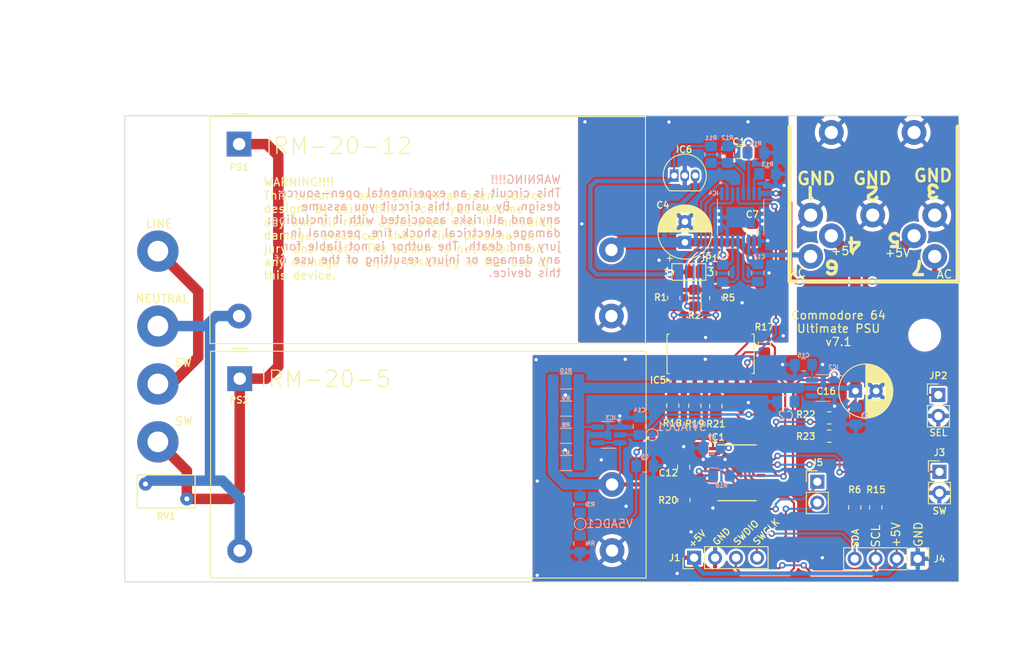
<source format=kicad_pcb>
(kicad_pcb (version 20221018) (generator pcbnew)
  (layers (0 "F.Cu" signal) (31 "B.Cu" signal) (34 "B.Paste" user) (35 "F.Paste" user) (36 "B.SilkS" user "B.Silkscreen") (37 "F.SilkS" user "F.Silkscreen") (38 "B.Mask" user) (39 "F.Mask" user) (44 "Edge.Cuts" user))
  (net 0 "")
  (net 1 "/5V/5VIADC")
  (net 2 "GND2")
  (net 3 "GND")
  (net 4 "/5V/V5ADC")
  (net 5 "5V_OUT")
  (net 6 "AC_NEUTRAL")
  (net 7 "AC_LINE")
  (net 8 "+12V")
  (net 9 "AC_OUT2")
  (net 10 "AC_OUT1")
  (net 11 "/5V/DISP_SCL")
  (net 12 "/5V/DISP_SDA")
  (net 13 "Net-(IC1-VCL)")
  (net 14 "Net-(IC4-CPL)")
  (net 15 "+5V")
  (net 16 "Net-(IC4-CPH)")
  (net 17 "Net-(H3-Pad1)")
  (net 18 "/5V/5V_EN")
  (net 19 "Net-(IC2-DV{slash}DT)")
  (net 20 "Net-(IC4-VCP)")
  (net 21 "/5V/AUX2")
  (net 22 "/5V/AUX1")
  (net 23 "Net-(IC1-P110)")
  (net 24 "Net-(IC1-P112)")
  (net 25 "Net-(IC1-P102)")
  (net 26 "NFAULT")
  (net 27 "/5V/SEL")
  (net 28 "/5V/SW")
  (net 29 "/5V/5VOADC")
  (net 31 "/5V/RESET")
  (net 32 "Net-(IC2-VIN)")
  (net 33 "/5V/SWCLK")
  (net 34 "/5V/SWDIO")
  (net 35 "Net-(IC4-EN{slash}IN1)")
  (net 36 "Net-(IC4-PH{slash}IN2)")
  (net 37 "Net-(IC4-NSLEEP)")
  (net 38 "Net-(IC4-NFAULT)")
  (net 39 "Net-(IC4-VREF)")
  (net 40 "Net-(IC4-IPROPI)")
  (net 41 "Net-(IC4-IMODE)")
  (net 42 "Net-(IC4-PMODE)")
  (net 43 "IN1")
  (net 44 "IN2")
  (net 45 "NSLEEP")
  (net 46 "Net-(IC5-ANODE_4)")
  (net 47 "+5VA")
  (footprint "Resistor_SMD:R_0805_2012Metric_Pad1.20x1.40mm_HandSolder" (layer "F.Cu") (at 178.1396 71.6026 180)
    (fp_text reference "R22")
    (fp_text value "10k")
  )
  (footprint "Resistor_SMD:R_0805_2012Metric_Pad1.20x1.40mm_HandSolder" (layer "F.Cu") (at 170.307 62.6618 -90)
    (fp_text reference "R17")
    (fp_text value "1k")
  )
  (footprint "Converter_ACDC:Converter_ACDC_MeanWell_IRM-20-xx_THT" (layer "F.Cu") (at 106.8162 38.4855)
    (fp_text reference "PS1")
    (fp_text value "IRM-20-12")
  )
  (footprint "Connector_PinHeader_2.54mm:PinHeader_1x02_P2.54mm_Vertical" (layer "F.Cu") (at 191.3382 68.829)
    (fp_text reference "JP2")
    (fp_text value "SEL")
  )
  (footprint "Capacitor_THT:CP_Radial_D6.3mm_P2.50mm" (layer "F.Cu") (at 160.7058 50.3682 90)
    (fp_text reference "C4")
    (fp_text value "470uF 16V")
  )
  (footprint "MountingHole:MountingHole_3.5mm" (layer "F.Cu") (at 97.1042 39.1668)
    (fp_text reference "H5" hide)
    (fp_text value "MountingHole")
  )
  (footprint "Connector_PinHeader_2.54mm:PinHeader_1x04_P2.54mm_Vertical" (layer "F.Cu") (at 188.839 88.646 -90)
    (fp_text reference "J4")
    (fp_text value "OLED_DISPLAY")
  )
  (footprint "Resistor_SMD:R_0805_2012Metric_Pad1.20x1.40mm_HandSolder" (layer "F.Cu") (at 159.3596 57.0898 -90)
    (fp_text reference "R1")
    (fp_text value "10k")
  )
  (footprint "Resistor_SMD:R_0805_2012Metric_Pad1.20x1.40mm_HandSolder" (layer "F.Cu") (at 164.4396 57.1152 -90)
    (fp_text reference "R5")
    (fp_text value "10k")
  )
  (footprint "Connector_PinHeader_2.54mm:PinHeader_1x02_P2.54mm_Vertical" (layer "F.Cu") (at 176.7078 79.3242)
    (fp_text reference "J5")
    (fp_text value "Aux")
  )
  (footprint "Package_SO:SSOP-20_4.4x6.5mm_P0.65mm" (layer "F.Cu") (at 167.0006 78.2476)
    (fp_text reference "IC1")
    (fp_text value "R7FA0E1073CSC#CA0")
  )
  (footprint "Resistor_SMD:R_0805_2012Metric_Pad1.20x1.40mm_HandSolder" (layer "F.Cu") (at 161.8996 57.1152 -90)
    (fp_text reference "R2")
    (fp_text value "10k")
  )
  (footprint "MountingHole:MountingHole_2.5mm_Pad" (layer "F.Cu") (at 97 67.5)
    (fp_text reference "H6" hide)
    (fp_text value "Switch1")
  )
  (footprint "Capacitor_SMD:C_0805_2012Metric_Pad1.18x1.45mm_HandSolder" (layer "F.Cu") (at 167.2375 39.497)
    (fp_text reference "C1")
    (fp_text value "0.1uF")
  )
  (footprint "Converter_ACDC:Converter_ACDC_MeanWell_IRM-20-xx_THT" (layer "F.Cu") (at 106.8924 66.8573)
    (fp_text reference "PS2")
    (fp_text value "IRM-20-5")
  )
  (footprint "MountingHole:MountingHole_3.5mm" (layer "F.Cu") (at 97.028 87.376)
    (fp_text reference "H2" hide)
    (fp_text value "MountingHole")
  )
  (footprint "Resistor_SMD:R_0805_2012Metric_Pad1.20x1.40mm_HandSolder" (layer "F.Cu") (at 178.1462 73.8124)
    (fp_text reference "R23")
    (fp_text value "10k")
  )
  (footprint "Commodore:POWER_CON_DIN7" (layer "F.Cu") (at 183.4007 47.0778 90)
    (fp_text reference "J2" hide)
    (fp_text value "DIN-7")
  )
  (footprint "MountingHole:MountingHole_2.5mm_Pad" (layer "F.Cu") (at 97 60.5)
    (fp_text reference "H4" hide)
    (fp_text value "Neutral")
  )
  (footprint "Connector_PinHeader_2.54mm:PinHeader_1x02_P2.54mm_Vertical" (layer "F.Cu") (at 191.4652 78.1304)
    (fp_text reference "J3")
    (fp_text value "PushButton")
  )
  (footprint "Resistor_SMD:R_0805_2012Metric_Pad1.20x1.40mm_HandSolder" (layer "F.Cu") (at 160.5788 81.5434 -90)
    (fp_text reference "R20")
    (fp_text value "10k")
  )
  (footprint "MountingHole:MountingHole_2.5mm_Pad" (layer "F.Cu") (at 97 51.435)
    (fp_text reference "H3" hide)
    (fp_text value "Line")
  )
  (footprint "Resistor_SMD:R_0805_2012Metric_Pad1.20x1.40mm_HandSolder" (layer "F.Cu") (at 161.8996 70.1388 90)
    (fp_text reference "R19")
    (fp_text value "1k")
  )
  (footprint "Capacitor_SMD:C_0805_2012Metric_Pad1.18x1.45mm_HandSolder" (layer "F.Cu") (at 160.5534 77.5716 -90)
    (fp_text reference "C12")
    (fp_text value "0.1uF")
  )
  (footprint "Jumper:SolderJumper-3_P1.3mm_Bridged12_Pad1.0x1.5mm_NumberLabels" (layer "F.Cu") (at 161.1838 53.9496)
    (fp_text reference "JP1")
    (fp_text value "SolderJumper_3_Bridged12")
  )
  (footprint "Capacitor_SMD:C_0805_2012Metric_Pad1.18x1.45mm_HandSolder" (layer "F.Cu") (at 168.8592 49.1959 -90)
    (fp_text reference "C7")
    (fp_text value "0.1uF")
  )
  (footprint "Package_TO_SOT_THT:TO-92_Inline" (layer "F.Cu") (at 159.4104 42.291)
    (fp_text reference "IC6")
    (fp_text value "L78L05_TO92")
  )
  (footprint "MountingHole:MountingHole_3.5mm" (layer "F.Cu") (at 189.6872 61.595)
    (fp_text reference "H1" hide)
    (fp_text value "MountingHole")
  )
  (footprint "Resistor_SMD:R_0805_2012Metric_Pad1.20x1.40mm_HandSolder" (layer "F.Cu") (at 181.229 82.4324 -90)
    (fp_text reference "R6")
    (fp_text value "10k")
  )
  (footprint "Connector_PinHeader_2.54mm:PinHeader_1x04_P2.54mm_Vertical" (layer "F.Cu") (at 161.808 88.519 90)
    (fp_text reference "J1")
    (fp_text value "SWD")
  )
  (footprint "Capacitor_THT:CP_Radial_D6.3mm_P2.50mm" (layer "F.Cu") (at 181.316621 68.3514)
    (fp_text reference "C16")
    (fp_text value "470uF 16V")
  )
  (footprint "Varistor:RV_Disc_D7mm_W4mm_P5mm" (layer "F.Cu") (at 95.5 79.6)
    (fp_text reference "RV1")
    (fp_text value "Varistor")
  )
  (footprint "Package_SO:SOIC-16_4.55x10.3mm_P1.27mm" (layer "F.Cu") (at 163.8046 63.8556 90)
    (fp_text reference "IC5")
    (fp_text value "PS2801C-4-F3-A")
  )
  (footprint "Resistor_SMD:R_0805_2012Metric_Pad1.20x1.40mm_HandSolder" (layer "F.Cu") (at 183.769 82.4324 -90)
    (fp_text reference "R15")
    (fp_text value "10k")
  )
  (footprint "Resistor_SMD:R_0805_2012Metric_Pad1.20x1.40mm_HandSolder" (layer "F.Cu") (at 164.4396 70.1896 90)
    (fp_text reference "R21")
    (fp_text value "1k")
  )
  (footprint "Resistor_SMD:R_0805_2012Metric_Pad1.20x1.40mm_HandSolder" (layer "F.Cu") (at 159.2326 70.1134 90)
    (fp_text reference "R18")
    (fp_text value "1k")
  )
  (footprint "MountingHole:MountingHole_2.5mm_Pad" (layer "F.Cu") (at 97 74.5)
    (fp_text reference "H7" hide)
    (fp_text value "Switch2")
  )
  (footprint "Resistor_SMD:R_0805_2012Metric_Pad1.20x1.40mm_HandSolder" (layer "B.Cu") (at 169.2656 39.5478)
    (fp_text reference "R14")
    (fp_text value "5k6")
  )
  (footprint "Capacitor_SMD:C_0805_2012Metric_Pad1.18x1.45mm_HandSolder" (layer "B.Cu") (at 163.9785 75.2348)
    (fp_text reference "C9")
    (fp_text value "1uF")
  )
  (footprint "Capacitor_SMD:C_0805_2012Metric_Pad1.18x1.45mm_HandSolder" (layer "B.Cu") (at 169.5196 54.0727 90)
    (fp_text reference "C17")
    (fp_text value "0.1uF")
  )
  (footprint "Resistor_SMD:R_0805_2012Metric_Pad1.20x1.40mm_HandSolder" (layer "B.Cu") (at 148.0312 86.8172 -90)
    (fp_text reference "R4")
    (fp_text value "10k")
  )
  (footprint "Capacitor_SMD:C_0805_2012Metric_Pad1.18x1.45mm_HandSolder" (layer "B.Cu") (at 175.0314 65.1764)
    (fp_text reference "C15")
    (fp_text value "0.1uF")
  )
  (footprint "Capacitor_SMD:C_0805_2012Metric_Pad1.18x1.45mm_HandSolder" (layer "B.Cu") (at 165.2524 54.1235 -90)
    (fp_text reference "C13")
    (fp_text value "0.022uF")
  )
  (footprint "Resistor_SMD:R_0805_2012Metric_Pad1.20x1.40mm_HandSolder" (layer "B.Cu") (at 148.0312 82.0674 -90)
    (fp_text reference "R3")
    (fp_text value "10k")
  )
  (footprint "Package_TO_SOT_SMD:SOT-23-6_Handsoldering" (layer "B.Cu") (at 177.4228 67.9856 180)
    (fp_text reference "IC2")
    (fp_text value "MP5036AGJ")
  )
  (footprint "Resistor_SMD:R_1206_3216Metric_Pad1.30x1.75mm_HandSolder" (layer "B.Cu") (at 146.33 70.4836)
    (fp_text reference "R9")
    (fp_text value "0.2R")
  )
  (footprint "DRV8874PWPR:SOP65P640X120-17N" (layer "B.Cu") (at 167.4368 47.3456 -90)
    (fp_text reference "IC4")
    (fp_text value "DRV8874PWPR")
  )
  (footprint "Capacitor_SMD:C_0805_2012Metric_Pad1.18x1.45mm_HandSolder" (layer "B.Cu") (at 181.356 71.3525 90)
    (fp_text reference "C3")
    (fp_text value "0.1uF")
  )
  (footprint "Resistor_SMD:R_1206_3216Metric_Pad1.30x1.75mm_HandSolder" (layer "B.Cu") (at 146.33 73.7736)
    (fp_text reference "R8")
    (fp_text value "0.2R")
  )
  (footprint "Package_TO_SOT_SMD:SOT-23-5_HandSoldering" (layer "B.Cu") (at 151.511 73.66 180)
    (fp_text reference "IC3")
    (fp_text value "ISL28005FH20Z-T7")
  )
  (footprint "Resistor_SMD:R_0805_2012Metric_Pad1.20x1.40mm_HandSolder" (layer "B.Cu") (at 170.6786 42.0878)
    (fp_text reference "R13")
    (fp_text value "20k")
  )
  (footprint "Resistor_SMD:R_0805_2012Metric_Pad1.20x1.40mm_HandSolder" (layer "B.Cu") (at 165.862 39.751 90)
    (fp_text reference "R12")
    (fp_text value "20k")
  )
  (footprint "Capacitor_SMD:C_0805_2012Metric_Pad1.18x1.45mm_HandSolder" (layer "B.Cu") (at 155.194 72.6186 -90)
    (fp_text reference "C14")
    (fp_text value "0.1uF")
  )
  (footprint "Resistor_SMD:R_1206_3216Metric_Pad1.30x1.75mm_HandSolder" (layer "B.Cu") (at 146.33 77.0636)
    (fp_text reference "R7")
    (fp_text value "0.2R")
  )
  (footprint "Resistor_SMD:R_1206_3216Metric_Pad1.30x1.75mm_HandSolder" (layer "B.Cu") (at 146.33 67.1936)
    (fp_text reference "R10")
    (fp_text value "0.2R")
  )
  (footprint "Capacitor_SMD:C_0805_2012Metric_Pad1.18x1.45mm_HandSolder" (layer "B.Cu") (at 172.9017 69.6468)
    (fp_text reference "C2")
    (fp_text value "0.1uF")
  )
  (footprint "Resistor_SMD:R_0805_2012Metric_Pad1.20x1.40mm_HandSolder" (layer "B.Cu") (at 163.8554 39.751 -90)
    (fp_text reference "R11")
    (fp_text value "10k")
  )
  (footprint "Resistor_SMD:R_0805_2012Metric_Pad1.20x1.40mm_HandSolder" (layer "B.Cu") (at 165.116 78.613)
    (fp_text reference "R16")
    (fp_text value "10k")
  )
  (footprint "Capacitor_SMD:C_0805_2012Metric_Pad1.18x1.45mm_HandSolder" (layer "B.Cu") (at 155.8583 77.4192 180)
    (fp_text reference "C5")
    (fp_text value "0.1uF")
  )
  (footprint "TestPoint:TestPoint_Pad_D1.0mm" (layer "B.Cu") (at 148.0566 84.4296 180)
    (fp_text reference "V5ADC1")
    (fp_text value "V5ADC")
  )
  (footprint "TestPoint:TestPoint_Pad_D1.0mm" (layer "B.Cu") (at 156.7434 73.6346 180)
    (fp_text reference "5VIADC1")
    (fp_text value "~")
  )
  (gr_rect (start 93 35.052) (end 193.802 91.44) (stroke (width 0.1)) (fill none) (layer "Edge.Cuts"))
  (gr_text "WARNING!!!!\nThis circuit is an experimental open-source \ndesign. By using this circuit you assume\nany and all risks associated with it including:\ndamage, electrical shock, fire, personal in-\njury and death. The author is not liable for\nany damage or injury resulting of the use of\nthis device." (at 145.796 54.6354) (layer "B.SilkS") (effects (font (size 1 1)) (justify left bottom mirror)))
  (gr_text "SW" (at 190.5508 82.8548) (layer "F.SilkS") (effects (font (size 0.8 0.8) (thickness 0.15) bold) (justify left)))
  (gr_text "SEL" (at 190.1698 73.8632) (layer "F.SilkS") (effects (font (size 0.8 0.8) (thickness 0.15) bold) (justify left bottom)))
  (gr_text "GND" (at 189.504 87.316 90) (layer "F.SilkS") (effects (font (size 1 1)) (justify left bottom)))
  (gr_text "+5V" (at 178.2826 51.9938) (layer "F.SilkS") (effects (font (size 1 1)) (justify left bottom)))
  (gr_text "NEUTRAL" (at 94.234 57.785) (layer "F.SilkS") (effects (font (size 1 1)) (justify left bottom)))
  (gr_text "SCL" (at 184.3532 87.376 90) (layer "F.SilkS") (effects (font (size 1 1)) (justify left bottom)))
  (gr_text "Commodore 64\nUltimate PSU\nv7.1" (at 179.2732 62.992) (layer "F.SilkS") (effects (font (size 1 1)) (justify bottom)))
  (gr_text "+5V" (at 161.5694 87.503 45) (layer "F.SilkS") (effects (font (size 0.8 0.8) (thickness 0.15) bold) (justify left bottom)))
  (gr_text "GND" (at 174.0916 43.5356) (layer "F.SilkS") (effects (font (size 1.5 1.5) (thickness 0.3) bold) (justify left bottom)))
  (gr_text "GND" (at 188.214 43.18) (layer "F.SilkS") (effects (font (size 1.5 1.5) (thickness 0.3) bold) (justify left bottom)))
  (gr_text "GND" (at 164.5412 87.2236 45) (layer "F.SilkS") (effects (font (size 0.8 0.8) (thickness 0.15) bold) (justify left bottom)))
  (gr_text "SDA" (at 181.7624 87.376 90) (layer "F.SilkS") (effects (font (size 0.8 0.8) (thickness 0.15) bold) (justify left bottom)))
  (gr_text "+5V" (at 186.7916 87.376 90) (layer "F.SilkS") (effects (font (size 1 1)) (justify left bottom)))
  (gr_text "SW" (at 99.0092 72.5932) (layer "F.SilkS") (effects (font (size 1 1)) (justify left bottom)))
  (gr_text "WARNING!!!!\nThis circuit is an experimental open-source \ndesign. By using this circuit you assume\nany and all risks associated with it including:\ndamage, electrical shock, fire, personal in-\njury and death. The author is not liable for\nany damage or injury resulting of the use of\nthis device." (at 109.7026 54.9402) (layer "F.SilkS") (effects (font (size 1 1)) (justify left bottom)))
  (gr_text "AC" (at 173.3804 54.6354) (layer "F.SilkS") (effects (font (size 1 1)) (justify left bottom)))
  (gr_text "LINE" (at 95.4278 48.7172) (layer "F.SilkS") (effects (font (size 1 1)) (justify left bottom)))
  (gr_text "AC" (at 191.0334 54.8132) (layer "F.SilkS") (effects (font (size 1 1)) (justify left bottom)))
  (gr_text "IRM-20-12" (at 109.855 39.878) (layer "F.SilkS") (effects (font (size 2 2)) (justify left bottom)))
  (gr_text "SW" (at 98.9076 65.5066) (layer "F.SilkS") (effects (font (size 1 1)) (justify left bottom)))
  (gr_text "IRM-20-5" (at 109.22 68.072) (layer "F.SilkS") (effects (font (size 2 2)) (justify left bottom)))
  (gr_text "SWCLK" (at 169.418 87.1728 45) (layer "F.SilkS") (effects (font (size 0.8 0.8) (thickness 0.15) bold) (justify left bottom)))
  (gr_text "+5V" (at 184.785 52.2224) (layer "F.SilkS") (effects (font (size 1 1)) (justify left bottom)))
  (gr_text "GND" (at 180.8734 43.5102) (layer "F.SilkS") (effects (font (size 1.5 1.5) (thickness 0.3) bold) (justify left bottom)))
  (gr_text "SWDIO" (at 167.0558 87.1982 45) (layer "F.SilkS") (effects (font (size 0.8 0.8) (thickness 0.15) bold) (justify left bottom)))
  (segment (start 170.307 71.9836) (end 169.5704 71.247) (width 0.254) (layer "F.Cu") (net 1))
  (segment (start 169.9006 75.3226) (end 170.0668 75.3226) (width 0.254) (layer "F.Cu") (net 1))
  (segment (start 170.0668 75.3226) (end 170.307 75.0824) (width 0.254) (layer "F.Cu") (net 1))
  (segment (start 169.5196 71.1962) (end 168.402 71.1962) (width 0.254) (layer "F.Cu") (net 1))
  (segment (start 170.307 75.0824) (end 170.307 71.9836) (width 0.254) (layer "F.Cu") (net 1))
  (segment (start 169.5704 71.247) (end 169.5196 71.1962) (width 0.254) (layer "F.Cu") (net 1))
  (via (at 168.402 71.1962) (size 0.8) (drill 0.4) (layers "F.Cu" "B.Cu") (net 1))
  (segment (start 158.4452 71.1962) (end 156.7434 72.898) (width 0.254) (layer "B.Cu") (net 1))
  (segment (start 156.7219 73.6561) (end 156.7434 73.6346) (width 0.254) (layer "B.Cu") (net 1))
  (segment (start 152.8649 73.6561) (end 152.861 73.66) (width 0.254) (layer "B.Cu") (net 1))
  (segment (start 156.7434 72.898) (end 156.7434 73.6346) (width 0.254) (layer "B.Cu") (net 1))
  (segment (start 168.402 71.1962) (end 158.4452 71.1962) (width 0.254) (layer "B.Cu") (net 1))
  (segment (start 155.194 73.6561) (end 156.7219 73.6561) (width 0.254) (layer "B.Cu") (net 1))
  (segment (start 155.194 73.6561) (end 152.8649 73.6561) (width 0.254) (layer "B.Cu") (net 1))
  (via (at 158.7754 35.814) (size 0.8) (drill 0.4) (layers "F.Cu" "B.Cu") (net 2))
  (via (at 170.053 46.482) (size 0.8) (drill 0.4) (layers "F.Cu" "B.Cu") (net 2))
  (via (at 164.7698 47.371) (size 0.8) (drill 0.4) (layers "F.Cu" "B.Cu") (net 2))
  (via (at 148.6154 35.7886) (size 0.8) (drill 0.4) (layers "F.Cu" "B.Cu") (net 2))
  (via (at 172.593 61.6712) (size 0.8) (drill 0.4) (layers "F.Cu" "B.Cu") (net 2))
  (via (at 170.0784 47.3456) (size 0.8) (drill 0.4) (layers "F.Cu" "B.Cu") (net 2))
  (via (at 170.7134 50.165) (size 0.8) (drill 0.4) (layers "F.Cu" "B.Cu") (net 2))
  (via (at 170.8658 54.0766) (size 0.8) (drill 0.4) (layers "F.Cu" "B.Cu") (net 2))
  (via (at 163.8046 52.959) (size 0.8) (drill 0.4) (layers "F.Cu" "B.Cu") (net 2))
  (via (at 170.0784 48.1584) (size 0.8) (drill 0.4) (layers "F.Cu" "B.Cu") (net 2))
  (via (at 172.6946 43.4848) (size 0.8) (drill 0.4) (layers "F.Cu" "B.Cu") (net 2))
  (via (at 163.195 61.8744) (size 0.8) (drill 0.4) (layers "F.Cu" "B.Cu") (net 2))
  (via (at 148.2344 48.133) (size 0.8) (drill 0.4) (layers "F.Cu" "B.Cu") (net 2))
  (via (at 168.3258 35.7886) (size 0.8) (drill 0.4) (layers "F.Cu" "B.Cu") (net 2))
  (via (at 157.5816 52.5272) (size 0.8) (drill 0.4) (layers "F.Cu" "B.Cu") (net 2))
  (via (at 167.6146 57.6834) (size 0.8) (drill 0.4) (layers "F.Cu" "B.Cu") (net 2))
  (via (at 164.7698 48.1838) (size 0.8) (drill 0.4) (layers "F.Cu" "B.Cu") (net 2))
  (via (at 164.7698 46.5582) (size 0.8) (drill 0.4) (layers "F.Cu" "B.Cu") (net 2))
  (segment (start 165.8118 48.8702) (end 165.1254 48.1838) (width 0.4) (layer "B.Cu") (net 2))
  (segment (start 165.8118 50.2156) (end 165.8118 48.8702) (width 0.4) (layer "B.Cu") (net 2))
  (segment (start 165.1254 48.1838) (end 164.7698 48.1838) (width 0.4) (layer "B.Cu") (net 2))
  (segment (start 168.2496 60.6056) (end 168.2496 62.5856) (width 0.254) (layer "F.Cu") (net 3))
  (segment (start 168.2496 62.5856) (end 166.4208 64.4144) (width 0.254) (layer "F.Cu") (net 3))
  (segment (start 163.2712 64.4144) (end 163.1696 64.516) (width 0.254) (layer "F.Cu") (net 3))
  (segment (start 166.4208 64.4144) (end 163.2712 64.4144) (width 0.254) (layer "F.Cu") (net 3))
  (via (at 177.3174 88.519) (size 0.8) (drill 0.4) (layers "F.Cu" "B.Cu") (net 3))
  (via (at 161.4424 85.3948) (size 0.8) (drill 0.4) (layers "F.Cu" "B.Cu") (net 3))
  (via (at 146.2544 68.8206) (size 0.8) (drill 0.4) (layers "F.Cu" "B.Cu") (net 3))
  (via (at 177.3428 65.151) (size 0.8) (drill 0.4) (layers "F.Cu" "B.Cu") (net 3))
  (via (at 158.2674 77.3938) (size 0.8) (drill 0.4) (layers "F.Cu" "B.Cu") (net 3))
  (via (at 164.084 82.4992) (size 0.8) (drill 0.4) (layers "F.Cu" "B.Cu") (net 3))
  (via (at 142.8496 79.248) (size 0.8) (drill 0.4) (layers "F.Cu" "B.Cu") (net 3))
  (via (at 153.5938 82.296) (size 0.8) (drill 0.4) (layers "F.Cu" "B.Cu") (net 3))
  (via (at 146.229 75.4754) (size 0.8) (drill 0.4) (layers "F.Cu" "B.Cu") (net 3))
  (via (at 178.7906 70.1802) (size 0.8) (drill 0.4) (layers "F.Cu" "B.Cu") (net 3))
  (via (at 172.5168 65.151) (size 0.8) (drill 0.4) (layers "F.Cu" "B.Cu") (net 3))
  (via (at 163.1696 64.516) (size 0.8) (drill 0.4) (layers "F.Cu" "B.Cu") (net 3))
  (via (at 160.5534 75.0824) (size 0.8) (drill 0.4) (layers "F.Cu" "B.Cu") (net 3))
  (via (at 168.3766 69.7484) (size 0.8) (drill 0.4) (layers "F.Cu" "B.Cu") (net 3))
  (via (at 150.5966 76.6826) (size 0.8) (drill 0.4) (layers "F.Cu" "B.Cu") (net 3))
  (via (at 162.9156 76.6318) (size 0.8) (drill 0.4) (layers "F.Cu" "B.Cu") (net 3))
  (via (at 165.5572 76.6318) (size 0.8) (drill 0.4) (layers "F.Cu" "B.Cu") (net 3))
  (via (at 152.8318 71.374) (size 0.8) (drill 0.4) (layers "F.Cu" "B.Cu") (net 3))
  (via (at 142.7226 64.5668) (size 0.8) (drill 0.4) (layers "F.Cu" "B.Cu") (net 3))
  (via (at 153.4922 64.516) (size 0.8) (drill 0.4) (layers "F.Cu" "B.Cu") (net 3))
  (via (at 142.8496 90.6526) (size 0.8) (drill 0.4) (layers "F.Cu" "B.Cu") (net 3))
  (via (at 159.766 90.424) (size 0.8) (drill 0.4) (layers "F.Cu" "B.Cu") (net 3))
  (segment (start 154.8638 75.7428) (end 156.464 74.1426) (width 0.254) (layer "F.Cu") (net 4))
  (segment (start 163.6014 74.1426) (end 164.1006 74.6418) (width 0.254) (layer "F.Cu") (net 4))
  (segment (start 156.464 74.1426) (end 163.6014 74.1426) (width 0.254) (layer "F.Cu") (net 4))
  (segment (start 164.1006 74.6418) (end 164.1006 75.3226) (width 0.254) (layer "F.Cu") (net 4))
  (via (at 154.8638 75.7428) (size 0.8) (drill 0.4) (layers "F.Cu" "B.Cu") (net 4))
  (segment (start 154.813 75.7936) (end 154.8638 75.7428) (width 0.254) (layer "B.Cu") (net 4))
  (segment (start 148.0312 85.8172) (end 148.0312 84.455) (width 0.254) (layer "B.Cu") (net 4))
  (segment (start 148.0312 84.455) (end 148.0566 84.4296) (width 0.254) (layer "B.Cu") (net 4))
  (segment (start 154.8208 77.4192) (end 154.8208 75.7858) (width 0.254) (layer "B.Cu") (net 4))
  (segment (start 153.543 84.4296) (end 154.8208 83.1518) (width 0.254) (layer "B.Cu") (net 4))
  (segment (start 154.8208 75.7858) (end 154.8638 75.7428) (width 0.254) (layer "B.Cu") (net 4))
  (segment (start 148.0566 84.4296) (end 148.0312 84.4042) (width 0.254) (layer "B.Cu") (net 4))
  (segment (start 148.0566 84.4296) (end 153.543 84.4296) (width 0.254) (layer "B.Cu") (net 4))
  (segment (start 148.0312 84.4042) (end 148.0312 83.0674) (width 0.254) (layer "B.Cu") (net 4))
  (segment (start 154.8208 83.1518) (end 154.8208 77.4192) (width 0.254) (layer "B.Cu") (net 4))
  (segment (start 178.4007 49.5778) (end 178.4007 49.6227) (width 1.27) (layer "F.Cu") (net 5))
  (segment (start 181.316621 51.014621) (end 181.3052 51.0032) (width 1.27) (layer "F.Cu") (net 5))
  (segment (start 186.9753 51.0032) (end 188.4007 49.5778) (width 1.27) (layer "F.Cu") (net 5))
  (segment (start 179.7812 51.0032) (end 181.3052 51.0032) (width 1.27) (layer "F.Cu") (net 5))
  (segment (start 181.316621 68.3514) (end 181.316621 51.014621) (width 1.27) (layer "F.Cu") (net 5))
  (segment (start 179.1396 71.6026) (end 181.316621 69.425579) (width 0.254) (layer "F.Cu") (net 5))
  (segment (start 181.316621 69.425579) (end 181.316621 68.3514) (width 0.254) (layer "F.Cu") (net 5))
  (segment (start 178.4007 49.6227) (end 179.7812 51.0032) (width 1.27) (layer "F.Cu") (net 5))
  (segment (start 181.3052 51.0032) (end 186.9753 51.0032) (width 1.27) (layer "F.Cu") (net 5))
  (segment (start 180.950821 67.9856) (end 181.316621 68.3514) (width 0.508) (layer "B.Cu") (net 5))
  (segment (start 181.356 68.390779) (end 181.316621 68.3514) (width 0.254) (layer "B.Cu") (net 5))
  (segment (start 178.7728 67.9856) (end 180.950821 67.9856) (width 0.625) (layer "B.Cu") (net 5))
  (segment (start 181.356 70.315) (end 181.356 68.390779) (width 0.254) (layer "B.Cu") (net 5))
  (segment (start 95.5 79.6) (end 95.9028 79.1972) (width 1.27) (layer "B.Cu") (net 6))
  (segment (start 106.8162 59.2855) (end 104.0337 59.2855) (width 1.27) (layer "B.Cu") (net 6))
  (segment (start 103.3018 79.1972) (end 103.3018 60.1726) (width 1.27) (layer "B.Cu") (net 6))
  (segment (start 95.9028 79.1972) (end 103.3018 79.1972) (width 1.27) (layer "B.Cu") (net 6))
  (segment (start 104.8004 79.1972) (end 106.8924 81.2892) (width 1.27) (layer "B.Cu") (net 6))
  (segment (start 104.0337 59.2855) (end 103.2242 60.095) (width 1.27) (layer "B.Cu") (net 6))
  (segment (start 103.3018 79.1972) (end 104.8004 79.1972) (width 1.27) (layer "B.Cu") (net 6))
  (segment (start 103.3018 60.1726) (end 103.2242 60.095) (width 1.27) (layer "B.Cu") (net 6))
  (segment (start 103.2242 60.095) (end 102.8192 60.5) (width 1.27) (layer "B.Cu") (net 6))
  (segment (start 106.8924 81.2892) (end 106.8924 87.6573) (width 1.27) (layer "B.Cu") (net 6))
  (segment (start 97 60.5) (end 102.8192 60.5) (width 1.27) (layer "B.Cu") (net 6))
  (segment (start 106.8924 80.3056) (end 105.798 81.4) (width 1.27) (layer "F.Cu") (net 7))
  (segment (start 110.1389 38.4855) (end 111.5568 39.9034) (width 1.27) (layer "F.Cu") (net 7))
  (segment (start 100.5 81.4) (end 100.5 78) (width 1.27) (layer "F.Cu") (net 7))
  (segment (start 100.5 78) (end 97 74.5) (width 1.27) (layer "F.Cu") (net 7))
  (segment (start 105.798 81.4) (end 100.5 81.4) (width 1.27) (layer "F.Cu") (net 7))
  (segment (start 110.0791 66.8573) (end 106.8924 66.8573) (width 1.27) (layer "F.Cu") (net 7))
  (segment (start 111.5568 39.9034) (end 111.5568 65.3796) (width 1.27) (layer "F.Cu") (net 7))
  (segment (start 106.8162 38.4855) (end 110.1389 38.4855) (width 1.27) (layer "F.Cu") (net 7))
  (segment (start 111.5568 65.3796) (end 110.0791 66.8573) (width 1.27) (layer "F.Cu") (net 7))
  (segment (start 106.8924 66.8573) (end 106.8924 80.3056) (width 1.27) (layer "F.Cu") (net 7))
  (segment (start 168.8592 52.017011) (end 168.64253 52.233681) (width 0.25) (layer "F.Cu") (net 8))
  (segment (start 168.8592 50.2334) (end 168.8592 52.017011) (width 0.25) (layer "F.Cu") (net 8))
  (segment (start 167.259 50.3682) (end 168.64253 51.75173) (width 1) (layer "F.Cu") (net 8))
  (segment (start 160.7058 50.3682) (end 167.259 50.3682) (width 1) (layer "F.Cu") (net 8))
  (segment (start 168.64253 51.75173) (end 168.64253 52.233681) (width 1) (layer "F.Cu") (net 8))
  (segment (start 151.8162 51.2855) (end 152.3779 50.7238) (width 1) (layer "F.Cu") (net 8))
  (via (at 168.64253 52.233681) (size 0.8) (drill 0.4) (layers "F.Cu" "B.Cu") (net 8))
  (segment (start 168.4118 50.2156) (end 168.4118 52.6386) (width 0.4) (layer "B.Cu") (net 8))
  (segment (start 151.8162 51.2855) (end 151.2345 51.2855) (width 0.625) (layer "B.Cu") (net 8))
  (segment (start 152.7335 50.3682) (end 151.8162 51.2855) (width 1.27) (layer "B.Cu") (net 8))
  (segment (start 158.242 50.3682) (end 152.7335 50.3682) (width 1.27) (layer "B.Cu") (net 8))
  (segment (start 161.9504 44.069) (end 160.1724 45.847) (width 0.508) (layer "B.Cu") (net 8))
  (segment (start 161.9504 42.291) (end 161.9504 44.069) (width 0.508) (layer "B.Cu") (net 8))
  (segment (start 160.7058 50.3682) (end 158.242 50.3682) (width 1.27) (layer "B.Cu") (net 8))
  (segment (start 168.4118 52.6386) (end 168.8084 53.0352) (width 0.4) (layer "B.Cu") (net 8))
  (segment (start 158.242 46.609) (end 158.242 50.3682) (width 0.508) (layer "B.Cu") (net 8))
  (segment (start 168.8084 53.0352) (end 169.5196 53.0352) (width 0.254) (layer "B.Cu") (net 8))
  (segment (start 159.004 45.847) (end 158.242 46.609) (width 0.508) (layer "B.Cu") (net 8))
  (segment (start 160.1724 45.847) (end 159.004 45.847) (width 0.508) (layer "B.Cu") (net 8))
  (segment (start 171.704 44.45) (end 172.212 44.45) (width 0.625) (layer "F.Cu") (net 9))
  (segment (start 172.212 44.45) (end 173.3801 45.6181) (width 0.625) (layer "F.Cu") (net 9))
  (segment (start 190.9007 54.1471) (end 190.9007 52.0778) (width 0.625) (layer "F.Cu") (net 9))
  (segment (start 173.3801 54.3811) (end 174.117 55.118) (width 0.625) (layer "F.Cu") (net 9))
  (segment (start 173.3801 45.6181) (end 173.3801 54.3811) (width 0.625) (layer "F.Cu") (net 9))
  (segment (start 190.9064 54.1528) (end 190.9007 54.1471) (width 0.625) (layer "F.Cu") (net 9))
  (segment (start 189.9412 55.118) (end 190.9064 54.1528) (width 0.625) (layer "F.Cu") (net 9))
  (segment (start 174.117 55.118) (end 174.5996 55.118) (width 0.625) (layer "F.Cu") (net 9))
  (segment (start 183.3626 55.118) (end 189.9412 55.118) (width 0.625) (layer "F.Cu") (net 9))
  (via (at 183.3626 55.118) (size 0.8) (drill 0.4) (layers "F.Cu" "B.Cu") (net 9))
  (via (at 174.5996 55.118) (size 0.8) (drill 0.4) (layers "F.Cu" "B.Cu") (net 9))
  (via (at 171.704 44.45) (size 0.8) (drill 0.4) (layers "F.Cu" "B.Cu") (net 9))
  (segment (start 170.0022 44.4754) (end 170.0276 44.45) (width 0.625) (layer "B.Cu") (net 9))
  (segment (start 170.002 44.4756) (end 170.0022 44.4754) (width 0.4) (layer "B.Cu") (net 9))
  (segment (start 171.577 44.45) (end 171.704 44.45) (width 0.625) (layer "B.Cu") (net 9))
  (segment (start 170.0276 44.45) (end 171.577 44.45) (width 0.625) (layer "B.Cu") (net 9))
  (segment (start 169.7118 44.4756) (end 170.002 44.4756) (width 0.4) (layer "B.Cu") (net 9))
  (segment (start 174.5996 55.118) (end 183.3626 55.118) (width 0.625) (layer "B.Cu") (net 9))
  (segment (start 175.7151 51.8922) (end 175.9007 52.0778) (width 0.625) (layer "B.Cu") (net 10))
  (segment (start 169.7482 51.8922) (end 169.8244 51.8922) (width 0.4) (layer "B.Cu") (net 10))
  (segment (start 169.0618 51.4344) (end 169.0618 50.2156) (width 0.4) (layer "B.Cu") (net 10))
  (segment (start 169.0618 50.2156) (end 169.0618 51.2058) (width 0.4) (layer "B.Cu") (net 10))
  (segment (start 169.8244 51.8922) (end 169.5196 51.8922) (width 0.625) (layer "B.Cu") (net 10))
  (segment (start 169.5196 51.8922) (end 169.0618 51.4344) (width 0.4) (layer "B.Cu") (net 10))
  (segment (start 169.0618 51.2058) (end 169.7482 51.8922) (width 0.4) (layer "B.Cu") (net 10))
  (segment (start 169.8244 51.8922) (end 175.7151 51.8922) (width 0.625) (layer "B.Cu") (net 10))
  (segment (start 165.6588 86.868) (end 167.0558 86.868) (width 0.254) (layer "F.Cu") (net 11))
  (segment (start 163.3324 79.8726) (end 164.1006 79.8726) (width 0.254) (layer "F.Cu") (net 11))
  (segment (start 172.1104 89.789) (end 172.466 89.4334) (width 0.254) (layer "F.Cu") (net 11))
  (segment (start 163.0934 80.1116) (end 163.3324 79.8726) (width 0.254) (layer "F.Cu") (net 11))
  (segment (start 168.1734 87.4522) (end 168.1734 88.7984) (width 0.254) (layer "F.Cu") (net 11))
  (segment (start 175.0568 89.4334) (end 176.0474 90.424) (width 0.254) (layer "F.Cu") (net 11))
  (segment (start 183.759 89.8752) (end 183.759 88.646) (width 0.254) (layer "F.Cu") (net 11))
  (segment (start 176.0474 90.424) (end 183.2102 90.424) (width 0.254) (layer "F.Cu") (net 11))
  (segment (start 164.1602 85.3694) (end 165.6588 86.868) (width 0.254) (layer "F.Cu") (net 11))
  (segment (start 167.5892 86.868) (end 168.1734 87.4522) (width 0.254) (layer "F.Cu") (net 11))
  (segment (start 168.529 89.789) (end 172.1104 89.789) (width 0.254) (layer "F.Cu") (net 11))
  (segment (start 183.759 83.4424) (end 183.769 83.4324) (width 0.254) (layer "F.Cu") (net 11))
  (segment (start 167.0558 86.868) (end 167.5892 86.868) (width 0.254) (layer "F.Cu") (net 11))
  (segment (start 164.1602 85.3694) (end 163.0934 84.3026) (width 0.254) (layer "F.Cu") (net 11))
  (segment (start 168.1734 89.1032) (end 168.1734 89.4334) (width 0.254) (layer "F.Cu") (net 11))
  (segment (start 168.1734 89.4334) (end 168.529 89.789) (width 0.254) (layer "F.Cu") (net 11))
  (segment (start 163.0934 84.3026) (end 163.0934 80.1116) (width 0.254) (layer "F.Cu") (net 11))
  (segment (start 183.2102 90.424) (end 183.759 89.8752) (width 0.254) (layer "F.Cu") (net 11))
  (segment (start 168.1734 88.7984) (end 168.1734 89.1032) (width 0.254) (layer "F.Cu") (net 11))
  (segment (start 183.759 88.646) (end 183.759 83.4424) (width 0.254) (layer "F.Cu") (net 11))
  (via (at 175.0568 89.4334) (size 0.8) (drill 0.4) (layers "F.Cu" "B.Cu") (net 11))
  (via (at 172.466 89.4334) (size 0.8) (drill 0.4) (layers "F.Cu" "B.Cu") (net 11))
  (segment (start 172.466 89.4334) (end 175.0568 89.4334) (width 0.254) (layer "B.Cu") (net 11))
  (segment (start 181.219 83.4424) (end 181.229 83.4324) (width 0.254) (layer "F.Cu") (net 12))
  (segment (start 167.5638 83.439) (end 167.5638 80.391) (width 0.25) (layer "F.Cu") (net 12))
  (segment (start 181.219 88.646) (end 181.219 83.4424) (width 0.254) (layer "F.Cu") (net 12))
  (segment (start 165.0954 77.9226) (end 164.1006 77.9226) (width 0.25) (layer "F.Cu") (net 12))
  (segment (start 169.7228 85.598) (end 167.5638 83.439) (width 0.25) (layer "F.Cu") (net 12))
  (segment (start 171.196 85.598) (end 169.7228 85.598) (width 0.25) (layer "F.Cu") (net 12))
  (segment (start 167.5638 80.391) (end 165.0954 77.9226) (width 0.25) (layer "F.Cu") (net 12))
  (via (at 171.196 85.598) (size 0.8) (drill 0.4) (layers "F.Cu" "B.Cu") (net 12))
  (segment (start 179.705 85.598) (end 181.219 87.112) (width 0.254) (layer "B.Cu") (net 12))
  (segment (start 181.219 87.112) (end 181.219 88.646) (width 0.254) (layer "B.Cu") (net 12))
  (segment (start 171.196 85.598) (end 179.705 85.598) (width 0.254) (layer "B.Cu") (net 12))
  (segment (start 164.8194 75.9726) (end 165.5572 75.2348) (width 0.254) (layer "F.Cu") (net 13))
  (segment (start 165.5572 75.2348) (end 165.989 75.2348) (width 0.254) (layer "F.Cu") (net 13))
  (segment (start 164.1006 75.9726) (end 164.8194 75.9726) (width 0.254) (layer "F.Cu") (net 13))
  (via (at 165.989 75.2348) (size 0.8) (drill 0.4) (layers "F.Cu" "B.Cu") (net 13))
  (segment (start 165.989 75.2348) (end 165.016 75.2348) (width 0.254) (layer "B.Cu") (net 13))
  (segment (start 166.0398 53.086) (end 165.2524 53.086) (width 0.254) (layer "B.Cu") (net 14))
  (segment (start 166.4618 50.2156) (end 166.4618 52.664) (width 0.254) (layer "B.Cu") (net 14))
  (segment (start 166.4618 52.664) (end 166.0398 53.086) (width 0.254) (layer "B.Cu") (net 14))
  (segment (start 160.5534 79.6036) (end 160.528 79.629) (width 0.25) (layer "F.Cu") (net 15))
  (segment (start 160.5534 78.6091) (end 160.5534 79.6036) (width 0.4) (layer "F.Cu") (net 15))
  (segment (start 151.9207 79.629) (end 151.8924 79.6573) (width 0.25) (layer "F.Cu") (net 15))
  (segment (start 158.369 79.6573) (end 160.4997 79.6573) (width 0.508) (layer "F.Cu") (net 15))
  (segment (start 160.5899 78.5726) (end 160.5534 78.6091) (width 0.25) (layer "F.Cu") (net 15))
  (segment (start 162.926 78.5726) (end 162.4076 78.0542) (width 0.254) (layer "F.Cu") (net 15))
  (segment (start 184.912 81.4324) (end 183.769 81.4324) (width 0.254) (layer "F.Cu") (net 15))
  (segment (start 160.4997 79.6573) (end 160.5534 79.6036) (width 0.508) (layer "F.Cu") (net 15))
  (segment (start 158.877 88.011) (end 158.877 79.6573) (width 0.508) (layer "F.Cu") (net 15))
  (segment (start 160.5534 80.518) (end 160.5788 80.5434) (width 0.25) (layer "F.Cu") (net 15))
  (segment (start 186.299 88.646) (end 186.299 82.8194) (width 0.254) (layer "F.Cu") (net 15))
  (segment (start 183.769 81.4324) (end 181.229 81.4324) (width 0.254) (layer "F.Cu") (net 15))
  (segment (start 186.299 82.8194) (end 184.912 81.4324) (width 0.254) (layer "F.Cu") (net 15))
  (segment (start 164.1006 78.5726) (end 160.5899 78.5726) (width 0.25) (layer "F.Cu") (net 15))
  (segment (start 151.8924 79.6573) (end 158.369 79.6573) (width 0.508) (layer "F.Cu") (net 15))
  (segment (start 159.385 88.519) (end 158.877 88.011) (width 0.508) (layer "F.Cu") (net 15))
  (segment (start 161.808 88.519) (end 159.385 88.519) (width 0.508) (layer "F.Cu") (net 15))
  (segment (start 160.5534 78.6091) (end 160.5534 80.518) (width 0.4) (layer "F.Cu") (net 15))
  (segment (start 164.1006 78.5726) (end 162.926 78.5726) (width 0.254) (layer "F.Cu") (net 15))
  (via (at 162.4076 78.0542) (size 0.8) (drill 0.4) (layers "F.Cu" "B.Cu") (net 15))
  (segment (start 144.78 78.1812) (end 146.2561 79.6573) (width 1.27) (layer "B.Cu") (net 15))
  (segment (start 163.5572 78.0542) (end 164.116 78.613) (width 0.254) (layer "B.Cu") (net 15))
  (segment (start 186.299 89.418) (end 186.299 88.646) (width 0.508) (layer "B.Cu") (net 15))
  (segment (start 161.808 88.519) (end 161.808 89.291) (width 0.508) (layer "B.Cu") (net 15))
  (segment (start 148.0312 79.7081) (end 148.082 79.6573) (width 0.254) (layer "B.Cu") (net 15))
  (segment (start 185.293 90.424) (end 186.299 89.418) (width 0.508) (layer "B.Cu") (net 15))
  (segment (start 150.161 74.61) (end 152.861 74.61) (width 0.254) (layer "B.Cu") (net 15))
  (segment (start 144.78 67.1936) (end 144.78 78.1812) (width 1.27) (layer "B.Cu") (net 15))
  (segment (start 148.0312 81.0674) (end 148.0312 79.7081) (width 0.254) (layer "B.Cu") (net 15))
  (segment (start 148.082 79.6573) (end 151.8924 79.6573) (width 1.27) (layer "B.Cu") (net 15))
  (segment (start 146.2561 79.6573) (end 148.082 79.6573) (width 1.27) (layer "B.Cu") (net 15))
  (segment (start 152.861 74.61) (end 152.861 78.6887) (width 0.254) (layer "B.Cu") (net 15))
  (segment (start 162.4076 78.0542) (end 163.5572 78.0542) (width 0.254) (layer "B.Cu") (net 15))
  (segment (start 152.861 78.6887) (end 151.8924 79.6573) (width 0.254) (layer "B.Cu") (net 15))
  (segment (start 162.941 90.424) (end 185.293 90.424) (width 0.508) (layer "B.Cu") (net 15))
  (segment (start 161.808 89.291) (end 162.941 90.424) (width 0.508) (layer "B.Cu") (net 15))
  (segment (start 166.6064 55.161) (end 165.2524 55.161) (width 0.254) (layer "B.Cu") (net 16))
  (segment (start 167.1118 50.2156) (end 167.1118 54.6556) (width 0.254) (layer "B.Cu") (net 16))
  (segment (start 167.1118 54.6556) (end 166.6064 55.161) (width 0.254) (layer "B.Cu") (net 16))
  (segment (start 101.8794 64.262) (end 98.6414 67.5) (width 1.27) (layer "F.Cu") (net 17))
  (segment (start 101.8794 56.3144) (end 101.8794 64.262) (width 1.27) (layer "F.Cu") (net 17))
  (segment (start 98.6414 67.5) (end 97 67.5) (width 1.27) (layer "F.Cu") (net 17))
  (segment (start 97 51.435) (end 101.8794 56.3144) (width 1.27) (layer "F.Cu") (net 17))
  (segment (start 174.5996 67.0306) (end 178.1302 67.0306) (width 0.25) (layer "F.Cu") (net 18))
  (segment (start 178.1302 67.0306) (end 178.7906 66.3702) (width 0.25) (layer "F.Cu") (net 18))
  (segment (start 173.5582 80.01) (end 173.7614 79.8068) (width 0.25) (layer "F.Cu") (net 18))
  (segment (start 173.0456 80.5226) (end 173.5582 80.01) (width 0.25) (layer "F.Cu") (net 18))
  (segment (start 173.7614 79.8068) (end 173.7614 70.2056) (width 0.25) (layer "F.Cu") (net 18))
  (segment (start 173.7614 67.8688) (end 174.5996 67.0306) (width 0.25) (layer "F.Cu") (net 18))
  (segment (start 169.9006 80.5226) (end 173.0456 80.5226) (width 0.25) (layer "F.Cu") (net 18))
  (segment (start 173.7614 70.2056) (end 173.7614 67.8688) (width 0.25) (layer "F.Cu") (net 18))
  (via (at 178.7906 66.3702) (size 0.8) (drill 0.4) (layers "F.Cu" "B.Cu") (net 18))
  (segment (start 178.7906 66.3702) (end 178.7906 67.0178) (width 0.25) (layer "B.Cu") (net 18))
  (segment (start 178.7906 67.0178) (end 178.7728 67.0356) (width 0.25) (layer "B.Cu") (net 18))
  (segment (start 176.0689 67.0317) (end 176.0689 65.1764) (width 0.254) (layer "B.Cu") (net 19))
  (segment (start 176.0728 67.0356) (end 176.0689 67.0317) (width 0.254) (layer "B.Cu") (net 19))
  (segment (start 167.7618 54.7064) (end 168.1656 55.1102) (width 0.254) (layer "B.Cu") (net 20))
  (segment (start 168.1656 55.1102) (end 169.5196 55.1102) (width 0.254) (layer "B.Cu") (net 20))
  (segment (start 167.7618 50.2156) (end 167.7618 54.7064) (width 0.254) (layer "B.Cu") (net 20))
  (segment (start 165.309 77.2726) (end 168.275 80.2386) (width 0.254) (layer "F.Cu") (net 21))
  (segment (start 168.275 80.2386) (end 168.275 82.169) (width 0.254) (layer "F.Cu") (net 21))
  (segment (start 168.275 82.169) (end 168.529 82.423) (width 0.254) (layer "F.Cu") (net 21))
  (segment (start 168.7322 82.6262) (end 171.6786 82.6262) (width 0.254) (layer "F.Cu") (net 21))
  (segment (start 164.1006 77.2726) (end 165.309 77.2726) (width 0.254) (layer "F.Cu") (net 21))
  (segment (start 168.529 82.423) (end 168.7322 82.6262) (width 0.254) (layer "F.Cu") (net 21))
  (via (at 171.6786 82.6262) (size 0.8) (drill 0.4) (layers "F.Cu" "B.Cu") (net 21))
  (segment (start 171.6786 82.0166) (end 172.2374 81.4578) (width 0.254) (layer "B.Cu") (net 21))
  (segment (start 172.2374 81.4578) (end 175.0314 81.4578) (width 0.254) (layer "B.Cu") (net 21))
  (segment (start 171.6786 82.6262) (end 171.6786 82.0166) (width 0.254) (layer "B.Cu") (net 21))
  (segment (start 175.0314 81.4578) (end 176.7078 79.7814) (width 0.254) (layer "B.Cu") (net 21))
  (segment (start 176.7078 79.7814) (end 176.7078 79.3242) (width 0.254) (layer "B.Cu") (net 21))
  (segment (start 172.2374 86.5632) (end 172.8978 85.9028) (width 0.254) (layer "F.Cu") (net 22))
  (segment (start 166.9288 83.947) (end 169.545 86.5632) (width 0.254) (layer "F.Cu") (net 22))
  (segment (start 166.2984 80.5226) (end 166.9288 81.153) (width 0.254) (layer "F.Cu") (net 22))
  (segment (start 166.9288 81.153) (end 166.9288 83.947) (width 0.254) (layer "F.Cu") (net 22))
  (segment (start 169.545 86.5632) (end 172.2374 86.5632) (width 0.254) (layer "F.Cu") (net 22))
  (segment (start 164.1006 80.5226) (end 166.2984 80.5226) (width 0.254) (layer "F.Cu") (net 22))
  (segment (start 172.8978 85.9028) (end 172.8978 82.6008) (width 0.254) (layer "F.Cu") (net 22))
  (segment (start 172.8978 82.6008) (end 172.908803 82.6008) (width 0.254) (layer "F.Cu") (net 22))
  (via (at 172.908803 82.6008) (size 0.8) (drill 0.4) (layers "F.Cu" "B.Cu") (net 22))
  (segment (start 172.908803 82.6008) (end 175.9712 82.6008) (width 0.254) (layer "B.Cu") (net 22))
  (segment (start 175.9712 82.6008) (end 176.7078 81.8642) (width 0.254) (layer "B.Cu") (net 22))
  (segment (start 169.9006 79.8726) (end 169.0012 79.8726) (width 0.254) (layer "F.Cu") (net 23))
  (segment (start 166.9542 72.8218) (end 159.9946 72.8218) (width 0.254) (layer "F.Cu") (net 23))
  (segment (start 169.0012 79.8726) (end 167.9956 78.867) (width 0.254) (layer "F.Cu") (net 23))
  (segment (start 159.2326 72.0598) (end 159.2326 71.1134) (width 0.254) (layer "F.Cu") (net 23))
  (segment (start 159.9946 72.8218) (end 159.2326 72.0598) (width 0.254) (layer "F.Cu") (net 23))
  (segment (start 167.9956 78.867) (end 167.9956 73.8632) (width 0.254) (layer "F.Cu") (net 23))
  (segment (start 167.9956 73.8632) (end 166.9542 72.8218) (width 0.254) (layer "F.Cu") (net 23))
  (segment (start 168.5036 73.5076) (end 167.2082 72.2122) (width 0.254) (layer "F.Cu") (net 24))
  (segment (start 167.2082 72.2122) (end 162.973 72.2122) (width 0.254) (layer "F.Cu") (net 24))
  (segment (start 169.1132 79.2226) (end 168.5036 78.613) (width 0.254) (layer "F.Cu") (net 24))
  (segment (start 169.9006 79.2226) (end 169.1132 79.2226) (width 0.254) (layer "F.Cu") (net 24))
  (segment (start 162.973 72.2122) (end 161.8996 71.1388) (width 0.254) (layer "F.Cu") (net 24))
  (segment (start 168.5036 78.613) (end 168.5036 73.5076) (width 0.254) (layer "F.Cu") (net 24))
  (segment (start 166.8968 71.1896) (end 164.4396 71.1896) (width 0.254) (layer "F.Cu") (net 25))
  (segment (start 168.9608 78.3868) (end 168.9608 73.2536) (width 0.254) (layer "F.Cu") (net 25))
  (segment (start 169.9006 78.5726) (end 169.1466 78.5726) (width 0.254) (layer "F.Cu") (net 25))
  (segment (start 168.9608 73.2536) (end 166.8968 71.1896) (width 0.254) (layer "F.Cu") (net 25))
  (segment (start 169.1466 78.5726) (end 168.9608 78.3868) (width 0.254) (layer "F.Cu") (net 25))
  (segment (start 169.5196 62.6618) (end 171.1452 62.6618) (width 0.254) (layer "F.Cu") (net 26))
  (segment (start 166.9796 60.6056) (end 166.9796 59.4868) (width 0.254) (layer "F.Cu") (net 26))
  (segment (start 169.0878 59.5376) (end 169.0878 62.23) (width 0.254) (layer "F.Cu") (net 26))
  (segment (start 172.8216 78.486) (end 172.6184 78.6892) (width 0.254) (layer "F.Cu") (net 26))
  (segment (start 172.8216 67.564) (end 172.8216 78.486) (width 0.254) (layer "F.Cu") (net 26))
  (segment (start 168.783 59.2328) (end 169.0878 59.5376) (width 0.254) (layer "F.Cu") (net 26))
  (segment (start 171.577 66.3194) (end 171.6151 66.3575) (width 0.254) (layer "F.Cu") (net 26))
  (segment (start 171.577 63.0936) (end 171.577 66.3194) (width 0.254) (layer "F.Cu") (net 26))
  (segment (start 167.2336 59.2328) (end 168.783 59.2328) (width 0.254) (layer "F.Cu") (net 26))
  (segment (start 171.8818 78.5876) (end 172.5168 78.5876) (width 0.254) (layer "F.Cu") (net 26))
  (segment (start 166.9796 59.4868) (end 167.2336 59.2328) (width 0.254) (layer "F.Cu") (net 26))
  (segment (start 171.1452 62.6618) (end 171.577 63.0936) (width 0.254) (layer "F.Cu") (net 26))
  (segment (start 172.5168 78.5876) (end 172.6184 78.6892) (width 0.254) (layer "F.Cu") (net 26))
  (segment (start 171.577 66.3194) (end 172.8216 67.564) (width 0.254) (layer "F.Cu") (net 26))
  (segment (start 169.9006 77.9226) (end 171.2168 77.9226) (width 0.254) (layer "F.Cu") (net 26))
  (segment (start 169.0878 62.23) (end 169.5196 62.6618) (width 0.254) (layer "F.Cu") (net 26))
  (segment (start 171.2168 77.9226) (end 171.8818 78.5876) (width 0.254) (layer "F.Cu") (net 26))
  (via (at 172.6184 78.6892) (size 0.8) (drill 0.4) (layers "F.Cu" "B.Cu") (net 26))
  (segment (start 166.116 78.613) (end 172.5422 78.613) (width 0.254) (layer "B.Cu") (net 26))
  (segment (start 172.5422 78.613) (end 172.6184 78.6892) (width 0.254) (layer "B.Cu") (net 26))
  (segment (start 175.768 77.2668) (end 187.6806 77.2668) (width 0.254) (layer "F.Cu") (net 27))
  (segment (start 187.6806 77.2668) (end 188.5188 76.4286) (width 0.254) (layer "F.Cu") (net 27))
  (segment (start 171.9014 77.2726) (end 171.9072 77.2668) (width 0.254) (layer "F.Cu") (net 27))
  (segment (start 189.2858 68.829) (end 191.3382 68.829) (width 0.254) (layer "F.Cu") (net 27))
  (segment (start 188.5188 76.4286) (end 188.5188 69.596) (width 0.254) (layer "F.Cu") (net 27))
  (segment (start 169.9006 77.2726) (end 171.9014 77.2726) (width 0.254) (layer "F.Cu") (net 27))
  (segment (start 188.5188 69.596) (end 189.2858 68.829) (width 0.254) (layer "F.Cu") (net 27))
  (via (at 171.9072 77.2668) (size 0.8) (drill 0.4) (layers "F.Cu" "B.Cu") (net 27))
  (via (at 175.768 77.2668) (size 0.8) (drill 0.4) (layers "F.Cu" "B.Cu") (net 27))
  (segment (start 171.9072 77.2668) (end 175.768 77.2668) (width 0.254) (layer "B.Cu") (net 27))
  (segment (start 169.9006 76.6226) (end 171.4846 76.6226) (width 0.254) (layer "F.Cu") (net 28))
  (segment (start 179.4002 78.1812) (end 179.451 78.1304) (width 0.254) (layer "F.Cu") (net 28))
  (segment (start 179.451 78.1304) (end 191.4652 78.1304) (width 0.254) (layer "F.Cu") (net 28))
  (segment (start 171.4846 76.6226) (end 171.9072 76.2) (width 0.254) (layer "F.Cu") (net 28))
  (via (at 171.9072 76.2) (size 0.8) (drill 0.4) (layers "F.Cu" "B.Cu") (net 28))
  (via (at 179.4002 78.1812) (size 0.8) (drill 0.4) (layers "F.Cu" "B.Cu") (net 28))
  (segment (start 171.9072 76.2) (end 178.8922 76.2) (width 0.254) (layer "B.Cu") (net 28))
  (segment (start 178.8922 76.2) (end 179.4002 76.708) (width 0.254) (layer "B.Cu") (net 28))
  (segment (start 179.4002 76.708) (end 179.4002 78.1812) (width 0.254) (layer "B.Cu") (net 28))
  (segment (start 170.8138 75.9726) (end 171.7294 75.057) (width 0.254) (layer "F.Cu") (net 29))
  (segment (start 169.9006 75.9726) (end 170.8138 75.9726) (width 0.254) (layer "F.Cu") (net 29))
  (segment (start 177.1462 73.8124) (end 177.1462 71.6092) (width 0.254) (layer "F.Cu") (net 29))
  (segment (start 171.7294 75.057) (end 171.7294 72.0852) (width 0.254) (layer "F.Cu") (net 29))
  (segment (start 177.1462 71.6092) (end 177.1396 71.6026) (width 0.254) (layer "F.Cu") (net 29))
  (segment (start 176.657 72.0852) (end 177.1396 71.6026) (width 0.254) (layer "F.Cu") (net 29))
  (segment (start 175.8442 72.0852) (end 176.657 72.0852) (width 0.254) (layer "F.Cu") (net 29))
  (via (at 171.7294 72.0852) (size 0.8) (drill 0.4) (layers "F.Cu" "B.Cu") (net 29))
  (via (at 175.8442 72.0852) (size 0.8) (drill 0.4) (layers "F.Cu" "B.Cu") (net 29))
  (segment (start 171.7294 72.0852) (end 175.8442 72.0852) (width 0.254) (layer "B.Cu") (net 29))
  (segment (start 162.4076 82.0166) (end 162.4076 79.756) (width 0.25) (layer "F.Cu") (net 31))
  (segment (start 162.941 79.2226) (end 164.1006 79.2226) (width 0.25) (layer "F.Cu") (net 31))
  (segment (start 161.8808 82.5434) (end 162.4076 82.0166) (width 0.25) (layer "F.Cu") (net 31))
  (segment (start 160.5788 82.5434) (end 161.8808 82.5434) (width 0.25) (layer "F.Cu") (net 31))
  (segment (start 162.4076 79.756) (end 162.941 79.2226) (width 0.25) (layer "F.Cu") (net 31))
  (segment (start 147.88 68.0974) (end 148.007 67.9704) (width 1.27) (layer "B.Cu") (net 32))
  (segment (start 174.5488 67.9856) (end 176.0728 67.9856) (width 0.508) (layer "B.Cu") (net 32))
  (segment (start 147.8902 72.71) (end 147.88 72.7202) (width 0.254) (layer "B.Cu") (net 32))
  (segment (start 174.5336 67.9704) (end 174.5488 67.9856) (width 1.27) (layer "B.Cu") (net 32))
  (segment (start 147.88 77.0636) (end 147.88 72.7202) (width 1.27) (layer "B.Cu") (net 32))
  (segment (start 150.161 72.71) (end 147.8902 72.71) (width 0.254) (layer "B.Cu") (net 32))
  (segment (start 147.88 67.1936) (end 147.88 68.0974) (width 1) (layer "B.Cu") (net 32))
  (segment (start 173.9392 69.6468) (end 173.9392 67.9704) (width 0.254) (layer "B.Cu") (net 32))
  (segment (start 147.88 72.7202) (end 147.88 67.1936) (width 1.27) (layer "B.Cu") (net 32))
  (segment (start 173.9392 67.9704) (end 174.5336 67.9704) (width 1.27) (layer "B.Cu") (net 32))
  (segment (start 148.007 67.9704) (end 173.9392 67.9704) (width 1.27) (layer "B.Cu") (net 32))
  (segment (start 147.88 77.1264) (end 147.88 77.0636) (width 1.27) (layer "B.Cu") (net 32))
  (segment (start 166.3446 84.3788) (end 169.3926 87.4268) (width 0.254) (layer "F.Cu") (net 33))
  (segment (start 164.1006 81.1726) (end 166.034 81.1726) (width 0.254) (layer "F.Cu") (net 33))
  (segment (start 166.034 81.1726) (end 166.3446 81.4832) (width 0.254) (layer "F.Cu") (net 33))
  (segment (start 169.3926 87.4268) (end 169.3926 88.5444) (width 0.254) (layer "F.Cu") (net 33))
  (segment (start 166.3446 81.4832) (end 166.3446 84.3788) (width 0.254) (layer "F.Cu") (net 33))
  (segment (start 166.8526 89.7636) (end 167.4622 90.3732) (width 0.25) (layer "F.Cu") (net 34))
  (segment (start 167.4622 90.3732) (end 173.3042 90.3732) (width 0.25) (layer "F.Cu") (net 34))
  (segment (start 173.3042 90.3732) (end 173.8884 89.789) (width 0.25) (layer "F.Cu") (net 34))
  (segment (start 166.8526 88.5444) (end 166.8526 89.7636) (width 0.25) (layer "F.Cu") (net 34))
  (segment (start 173.146 81.1726) (end 169.9006 81.1726) (width 0.25) (layer "F.Cu") (net 34))
  (segment (start 173.8884 81.915) (end 173.146 81.1726) (width 0.25) (layer "F.Cu") (net 34))
  (segment (start 173.8884 89.789) (end 173.8884 81.915) (width 0.25) (layer "F.Cu") (net 34))
  (segment (start 159.3596 59.1566) (end 159.3596 58.0898) (width 0.254) (layer "F.Cu") (net 35))
  (segment (start 159.3596 60.6056) (end 159.3596 59.1566) (width 0.254) (layer "F.Cu") (net 35))
  (via (at 159.3596 59.1566) (size 0.8) (drill 0.4) (layers "F.Cu" "B.Cu") (net 35))
  (segment (start 161.7472 52.2732) (end 161.7472 58.547) (width 0.254) (layer "B.Cu") (net 35))
  (segment (start 161.163 59.1312) (end 159.385 59.1312) (width 0.254) (layer "B.Cu") (net 35))
  (segment (start 163.195 50.8254) (end 161.7472 52.2732) (width 0.254) (layer "B.Cu") (net 35))
  (segment (start 164.4394 44.4756) (end 163.195 45.72) (width 0.254) (layer "B.Cu") (net 35))
  (segment (start 165.1618 44.4756) (end 164.4394 44.4756) (width 0.254) (layer "B.Cu") (net 35))
  (segment (start 163.195 45.72) (end 163.195 50.8254) (width 0.254) (layer "B.Cu") (net 35))
  (segment (start 159.385 59.1312) (end 159.3596 59.1566) (width 0.254) (layer "B.Cu") (net 35))
  (segment (start 161.7472 58.547) (end 161.163 59.1312) (width 0.254) (layer "B.Cu") (net 35))
  (segment (start 161.8742 58.0898) (end 161.8996 58.1152) (width 0.254) (layer "F.Cu") (net 36))
  (segment (start 161.8996 60.6056) (end 161.8996 58.1152) (width 0.254) (layer "F.Cu") (net 36))
  (segment (start 161.0106 58.0898) (end 161.8742 58.0898) (width 0.254) (layer "F.Cu") (net 36))
  (via (at 161.0106 58.0898) (size 0.8) (drill 0.4) (layers "F.Cu" "B.Cu") (net 36))
  (segment (start 160.8836 52.4002) (end 162.6616 50.6222) (width 0.254) (layer "B.Cu") (net 36))
  (segment (start 160.8836 57.9628) (end 160.8836 52.4002) (width 0.254) (layer "B.Cu") (net 36))
  (segment (start 164.8968 43.2308) (end 165.5318 43.2308) (width 0.254) (layer "B.Cu") (net 36))
  (segment (start 161.0106 58.0898) (end 160.8836 57.9628) (width 0.254) (layer "B.Cu") (net 36))
  (segment (start 162.6616 50.6222) (end 162.6616 45.466) (width 0.254) (layer "B.Cu") (net 36))
  (segment (start 165.5318 43.2308) (end 165.8118 43.5108) (width 0.254) (layer "B.Cu") (net 36))
  (segment (start 162.6616 45.466) (end 164.8968 43.2308) (width 0.254) (layer "B.Cu") (net 36))
  (segment (start 165.8118 43.5108) (end 165.8118 44.4756) (width 0.254) (layer "B.Cu") (net 36))
  (segment (start 164.4396 60.6056) (end 164.4396 59.1566) (width 0.254) (layer "F.Cu") (net 37))
  (segment (start 164.4396 59.1566) (end 164.4396 58.1152) (width 0.254) (layer "F.Cu") (net 37))
  (via (at 164.4396 59.1566) (size 0.8) (drill 0.4) (layers "F.Cu" "B.Cu") (net 37))
  (segment (start 166.243 45.6438) (end 164.1348 45.6438) (width 0.254) (layer "B.Cu") (net 37))
  (segment (start 163.7538 46.0248) (end 163.7538 51.0794) (width 0.254) (layer "B.Cu") (net 37))
  (segment (start 166.4618 44.4756) (end 166.4618 45.425) (width 0.254) (layer "B.Cu") (net 37))
  (segment (start 166.4618 45.425) (end 166.243 45.6438) (width 0.254) (layer "B.Cu") (net 37))
  (segment (start 163.7538 51.0794) (end 162.306 52.5272) (width 0.254) (layer "B.Cu") (net 37))
  (segment (start 164.1348 45.6438) (end 163.7538 46.0248) (width 0.254) (layer "B.Cu") (net 37))
  (segment (start 162.8648 59.1566) (end 164.4396 59.1566) (width 0.254) (layer "B.Cu") (net 37))
  (segment (start 162.306 52.5272) (end 162.306 58.5978) (width 0.254) (layer "B.Cu") (net 37))
  (segment (start 162.306 58.5978) (end 162.8648 59.1566) (width 0.254) (layer "B.Cu") (net 37))
  (segment (start 171.5262 46.0248) (end 171.704 46.2026) (width 0.254) (layer "F.Cu") (net 38))
  (segment (start 171.704 46.2026) (end 171.704 59.8424) (width 0.254) (layer "F.Cu") (net 38))
  (segment (start 168.2496 67.1056) (end 168.2496 64.9224) (width 0.254) (layer "F.Cu") (net 38))
  (via (at 168.2496 64.9224) (size 0.8) (drill 0.4) (layers "F.Cu" "B.Cu") (net 38))
  (via (at 171.5262 46.0248) (size 0.8) (drill 0.4) (layers "F.Cu" "B.Cu") (net 38))
  (via (at 171.704 59.8424) (size 0.8) (drill 0.4) (layers "F.Cu" "B.Cu") (net 38))
  (segment (start 171.704 61.468) (end 168.2496 64.9224) (width 0.254) (layer "B.Cu") (net 38))
  (segment (start 171.5262 46.0248) (end 171.1706 45.6692) (width 0.254) (layer "B.Cu") (net 38))
  (segment (start 171.704 59.8424) (end 171.704 61.468) (width 0.254) (layer "B.Cu") (net 38))
  (segment (start 167.3606 45.6692) (end 167.1118 45.4204) (width 0.254) (layer "B.Cu") (net 38))
  (segment (start 171.1706 45.6692) (end 167.3606 45.6692) (width 0.254) (layer "B.Cu") (net 38))
  (segment (start 167.1118 45.4204) (end 167.1118 44.4756) (width 0.254) (layer "B.Cu") (net 38))
  (segment (start 163.8554 40.751) (end 166.4048 40.751) (width 0.25) (layer "B.Cu") (net 39))
  (segment (start 166.4048 40.751) (end 167.7618 42.108) (width 0.25) (layer "B.Cu") (net 39))
  (segment (start 167.7618 42.108) (end 167.7618 44.4756) (width 0.25) (layer "B.Cu") (net 39))
  (segment (start 168.275 38.4302) (end 168.3766 38.3286) (width 0.25) (layer "F.Cu") (net 40))
  (segment (start 168.275 39.497) (end 168.275 38.4302) (width 0.25) (layer "F.Cu") (net 40))
  (via (at 168.3766 38.3286) (size 0.8) (drill 0.4) (layers "F.Cu" "B.Cu") (net 40))
  (segment (start 168.4118 44.4756) (end 168.4118 39.694) (width 0.254) (layer "B.Cu") (net 40))
  (segment (start 168.3766 39.4368) (end 168.2656 39.5478) (width 0.25) (layer "B.Cu") (net 40))
  (segment (start 168.4118 39.694) (end 168.2656 39.5478) (width 0.254) (layer "B.Cu") (net 40))
  (segment (start 168.3766 38.3286) (end 168.3766 39.4368) (width 0.25) (layer "B.Cu") (net 40))
  (segment (start 169.0618 42.7046) (end 169.6786 42.0878) (width 0.254) (layer "B.Cu") (net 41))
  (segment (start 169.0618 44.4756) (end 169.0618 42.7046) (width 0.254) (layer "B.Cu") (net 41))
  (segment (start 162.306 51.8922) (end 161.2138 52.9844) (width 0.254) (layer "F.Cu") (net 42))
  (segment (start 161.2138 52.9844) (end 161.2138 54.2544) (width 0.254) (layer "F.Cu") (net 42))
  (segment (start 165.3286 51.8922) (end 162.306 51.8922) (width 0.254) (layer "F.Cu") (net 42))
  (via (at 165.3286 51.8922) (size 0.8) (drill 0.4) (layers "F.Cu" "B.Cu") (net 42))
  (segment (start 165.3286 51.8922) (end 165.1618 51.7254) (width 0.254) (layer "B.Cu") (net 42))
  (segment (start 165.1618 51.7254) (end 165.1618 50.2156) (width 0.254) (layer "B.Cu") (net 42))
  (segment (start 159.3596 67.1056) (end 159.3596 68.9864) (width 0.254) (layer "F.Cu") (net 43))
  (segment (start 159.3596 68.9864) (end 159.2326 69.1134) (width 0.254) (layer "F.Cu") (net 43))
  (segment (start 161.8996 67.1056) (end 161.8996 69.1388) (width 0.254) (layer "F.Cu") (net 44))
  (segment (start 164.4396 67.1056) (end 164.4396 69.1896) (width 0.254) (layer "F.Cu") (net 45))
  (segment (start 168.0116 63.6618) (end 166.9796 64.6938) (width 0.254) (layer "F.Cu") (net 46))
  (segment (start 170.307 63.6618) (end 168.0116 63.6618) (width 0.254) (layer "F.Cu") (net 46))
  (segment (start 166.9796 64.6938) (end 166.9796 67.1056) (width 0.254) (layer "F.Cu") (net 46))
  (segment (start 159.385 56.1152) (end 159.3596 56.0898) (width 0.25) (layer "F.Cu") (net 47))
  (segment (start 159.3596 54.737) (end 158.877 54.2544) (width 0.508) (layer "F.Cu") (net 47))
  (segment (start 164.4396 56.1152) (end 168.9674 56.1152) (width 0.254) (layer "F.Cu") (net 47))
  (segment (start 170.3324 57.4802) (end 170.3324 61.6364) (width 0.254) (layer "F.Cu") (net 47))
  (segment (start 159.3596 56.0898) (end 159.3596 54.737) (width 0.508) (layer "F.Cu") (net 47))
  (segment (start 170.3324 61.6364) (end 170.307 61.6618) (width 0.254) (layer "F.Cu") (net 47))
  (segment (start 168.9674 56.1152) (end 170.3324 57.4802) (width 0.254) (layer "F.Cu") (net 47))
  (segment (start 164.4396 56.1152) (end 161.8996 56.1152) (width 0.508) (layer "F.Cu") (net 47))
  (segment (start 161.8996 56.1152) (end 159.385 56.1152) (width 0.508) (layer "F.Cu") (net 47))
  (via (at 158.877 54.2544) (size 0.8) (drill 0.4) (layers "F.Cu" "B.Cu") (net 47))
  (segment (start 149.2758 43.6372) (end 149.2758 53.4924) (width 0.508) (layer "B.Cu") (net 47))
  (segment (start 163.8554 38.751) (end 160.3088 38.751) (width 0.25) (layer "B.Cu") (net 47))
  (segment (start 159.385 39.6748) (end 159.385 42.2656) (width 0.25) (layer "B.Cu") (net 47))
  (segment (start 149.9616 42.9514) (end 149.2758 43.6372) (width 0.508) (layer "B.Cu") (net 47))
  (segment (start 149.2758 53.4924) (end 150.0378 54.2544) (width 0.508) (layer "B.Cu") (net 47))
  (segment (start 160.3088 38.751) (end 159.385 39.6748) (width 0.25) (layer "B.Cu") (net 47))
  (segment (start 159.4104 42.291) (end 158.75 42.9514) (width 0.508) (layer "B.Cu") (net 47))
  (segment (start 159.385 42.2656) (end 159.4104 42.291) (width 0.25) (layer "B.Cu") (net 47))
  (segment (start 150.0378 54.2544) (end 158.877 54.2544) (width 0.508) (layer "B.Cu") (net 47))
  (segment (start 158.75 42.9514) (end 149.9616 42.9514) (width 0.508) (layer "B.Cu") (net 47))
  (zone (net 2) (net_name "GND2") (layers "F&B.Cu") (priority 1) (connect_pads (clearance 0.254)) (min_thickness 0.254) (fill yes (thermal_gap 0.5) (thermal_bridge_width 0.5))
    (polygon (pts (xy 147.8026 62.484) (xy 173.228 62.484) (xy 173.228 43.18) (xy 173.228 35.052) (xy 147.8026 35.0774)))
  )
  (zone (net 3) (net_name "GND") (layers "F&B.Cu") (connect_pads (clearance 0.254)) (min_thickness 0.254) (fill yes (thermal_gap 0.5) (thermal_bridge_width 0.5))
    (polygon (pts (xy 142.2908 91.44) (xy 193.802 91.44) (xy 193.802 35.052) (xy 174.244 35.052) (xy 174.244 64.008) (xy 142.2908 64.008)))
  )
)
</source>
